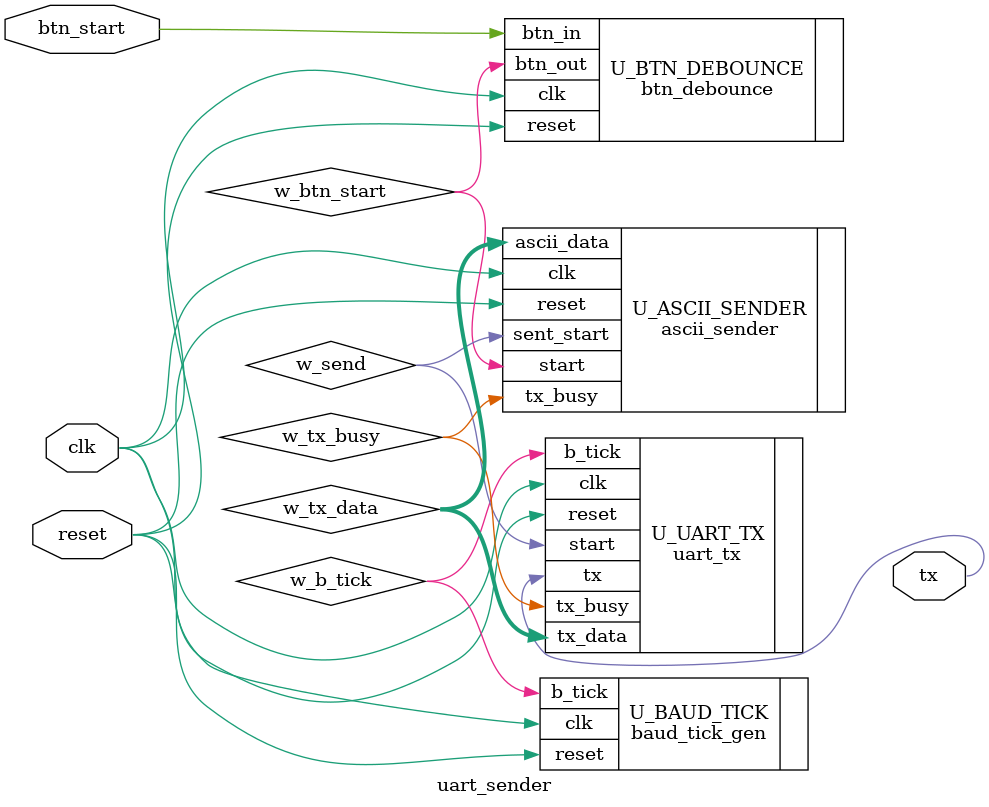
<source format=v>
`timescale 1ns / 1ps


module uart_sender (
    input clk,
    input reset,
    input btn_start,
    output tx // busy -> top dptj skrksmsrj dksla
    );
    
    wire w_b_tick;
    wire w_tx_busy;
    wire w_btn_start, w_send;
    wire [7:0] w_tx_data;

    ascii_sender U_ASCII_SENDER (
        .clk(clk),
        .reset(reset),
        .start(w_btn_start),    // from BD_Start
        .tx_busy(w_tx_busy),    // from UART_TX
        .sent_start(w_send),  // to UART_TX start
        .ascii_data(w_tx_data) // to UART_TX data 
    );
    btn_debounce U_BTN_DEBOUNCE (
        .clk(clk),
        .reset(reset),
        .btn_in(btn_start),
        .btn_out(w_btn_start)
    );

    uart_tx U_UART_TX (
        .clk(clk),
        .reset(reset),
        .start(w_send), //
        .b_tick(w_b_tick),
        .tx_data(w_tx_data),
        .tx_busy(w_tx_busy),
        .tx    (tx)
    );
    baud_tick_gen U_BAUD_TICK (
        .clk(clk),
        .reset(reset),
        .b_tick(w_b_tick)
    );
endmodule

</source>
